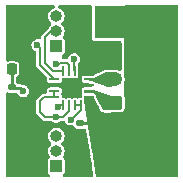
<source format=gtl>
G04 #@! TF.GenerationSoftware,KiCad,Pcbnew,8.0.7-8.0.7-0~ubuntu24.04.1*
G04 #@! TF.CreationDate,2024-12-31T11:01:01-07:00*
G04 #@! TF.ProjectId,DRV8213 brushed Motor Driver,44525638-3231-4332-9062-727573686564,V1*
G04 #@! TF.SameCoordinates,Original*
G04 #@! TF.FileFunction,Copper,L1,Top*
G04 #@! TF.FilePolarity,Positive*
%FSLAX46Y46*%
G04 Gerber Fmt 4.6, Leading zero omitted, Abs format (unit mm)*
G04 Created by KiCad (PCBNEW 8.0.7-8.0.7-0~ubuntu24.04.1) date 2024-12-31 11:01:01*
%MOMM*%
%LPD*%
G01*
G04 APERTURE LIST*
G04 Aperture macros list*
%AMRoundRect*
0 Rectangle with rounded corners*
0 $1 Rounding radius*
0 $2 $3 $4 $5 $6 $7 $8 $9 X,Y pos of 4 corners*
0 Add a 4 corners polygon primitive as box body*
4,1,4,$2,$3,$4,$5,$6,$7,$8,$9,$2,$3,0*
0 Add four circle primitives for the rounded corners*
1,1,$1+$1,$2,$3*
1,1,$1+$1,$4,$5*
1,1,$1+$1,$6,$7*
1,1,$1+$1,$8,$9*
0 Add four rect primitives between the rounded corners*
20,1,$1+$1,$2,$3,$4,$5,0*
20,1,$1+$1,$4,$5,$6,$7,0*
20,1,$1+$1,$6,$7,$8,$9,0*
20,1,$1+$1,$8,$9,$2,$3,0*%
G04 Aperture macros list end*
G04 #@! TA.AperFunction,SMDPad,CuDef*
%ADD10R,2.800000X2.800000*%
G04 #@! TD*
G04 #@! TA.AperFunction,SMDPad,CuDef*
%ADD11R,2.500000X2.800000*%
G04 #@! TD*
G04 #@! TA.AperFunction,SMDPad,CuDef*
%ADD12RoundRect,0.140000X-0.170000X0.140000X-0.170000X-0.140000X0.170000X-0.140000X0.170000X0.140000X0*%
G04 #@! TD*
G04 #@! TA.AperFunction,ComponentPad*
%ADD13R,1.000000X1.000000*%
G04 #@! TD*
G04 #@! TA.AperFunction,ComponentPad*
%ADD14O,1.000000X1.000000*%
G04 #@! TD*
G04 #@! TA.AperFunction,SMDPad,CuDef*
%ADD15RoundRect,0.225000X-0.225000X-0.250000X0.225000X-0.250000X0.225000X0.250000X-0.225000X0.250000X0*%
G04 #@! TD*
G04 #@! TA.AperFunction,ComponentPad*
%ADD16RoundRect,0.250000X0.625000X-0.350000X0.625000X0.350000X-0.625000X0.350000X-0.625000X-0.350000X0*%
G04 #@! TD*
G04 #@! TA.AperFunction,ComponentPad*
%ADD17O,1.750000X1.200000*%
G04 #@! TD*
G04 #@! TA.AperFunction,SMDPad,CuDef*
%ADD18RoundRect,0.062500X0.062500X-0.355000X0.062500X0.355000X-0.062500X0.355000X-0.062500X-0.355000X0*%
G04 #@! TD*
G04 #@! TA.AperFunction,SMDPad,CuDef*
%ADD19RoundRect,0.062500X0.355000X-0.062500X0.355000X0.062500X-0.355000X0.062500X-0.355000X-0.062500X0*%
G04 #@! TD*
G04 #@! TA.AperFunction,HeatsinkPad*
%ADD20C,0.600000*%
G04 #@! TD*
G04 #@! TA.AperFunction,HeatsinkPad*
%ADD21R,1.680000X1.680000*%
G04 #@! TD*
G04 #@! TA.AperFunction,ViaPad*
%ADD22C,0.600000*%
G04 #@! TD*
G04 #@! TA.AperFunction,Conductor*
%ADD23C,0.280000*%
G04 #@! TD*
G04 #@! TA.AperFunction,Conductor*
%ADD24C,0.200000*%
G04 #@! TD*
G04 APERTURE END LIST*
D10*
G04 #@! TO.P,J3,1,Pin_1*
G04 #@! TO.N,VDD*
X176650000Y-107550000D03*
G04 #@! TD*
D11*
G04 #@! TO.P,J4,1,Pin_1*
G04 #@! TO.N,VDD*
X176650000Y-96750000D03*
G04 #@! TD*
D12*
G04 #@! TO.P,C6,1*
G04 #@! TO.N,VDD*
X170300000Y-104420000D03*
G04 #@! TO.P,C6,2*
G04 #@! TO.N,GNDPWR*
X170300000Y-105380000D03*
G04 #@! TD*
D11*
G04 #@! TO.P,J1,1,Pin_1*
G04 #@! TO.N,VDD*
X172950000Y-106650000D03*
G04 #@! TD*
D10*
G04 #@! TO.P,J2,1,Pin_1*
G04 #@! TO.N,VDD*
X172950000Y-95850000D03*
G04 #@! TD*
D13*
G04 #@! TO.P,J11,1,Pin_1*
G04 #@! TO.N,/CSA-A*
X168300000Y-108050000D03*
D14*
G04 #@! TO.P,J11,2,Pin_2*
X168300000Y-106780000D03*
G04 #@! TO.P,J11,3,Pin_3*
G04 #@! TO.N,/Fault*
X168300000Y-105510000D03*
G04 #@! TD*
D15*
G04 #@! TO.P,C7,1*
G04 #@! TO.N,VDD*
X164525000Y-99850000D03*
G04 #@! TO.P,C7,2*
G04 #@! TO.N,GNDPWR*
X166075000Y-99850000D03*
G04 #@! TD*
D16*
G04 #@! TO.P,J9,1,Pin_1*
G04 #@! TO.N,Net-(J9-Pin_1)*
X173000000Y-102700000D03*
D17*
G04 #@! TO.P,J9,2,Pin_2*
G04 #@! TO.N,Net-(J9-Pin_2)*
X173000000Y-100700000D03*
G04 #@! TD*
D18*
G04 #@! TO.P,U1,1,IPROPI*
G04 #@! TO.N,/CSA-A*
X168850000Y-102907500D03*
G04 #@! TO.P,U1,2,VCC*
G04 #@! TO.N,+3.3V*
X169350000Y-102907500D03*
G04 #@! TO.P,U1,3,STALL_N*
G04 #@! TO.N,/Fault*
X169850000Y-102907500D03*
G04 #@! TO.P,U1,4,FAULT_N*
X170350000Y-102907500D03*
D19*
G04 #@! TO.P,U1,5,VM*
G04 #@! TO.N,VDD*
X171057500Y-102200000D03*
G04 #@! TO.P,U1,6,OUT1*
G04 #@! TO.N,Net-(J9-Pin_1)*
X171057500Y-101700000D03*
G04 #@! TO.P,U1,7,PGND*
G04 #@! TO.N,GNDPWR*
X171057500Y-101200000D03*
G04 #@! TO.P,U1,8,OUT2*
G04 #@! TO.N,Net-(J9-Pin_2)*
X171057500Y-100700000D03*
D18*
G04 #@! TO.P,U1,9,GND*
G04 #@! TO.N,GNDPWR*
X170350000Y-99992500D03*
G04 #@! TO.P,U1,10,TINRUSH*
G04 #@! TO.N,Net-(U1-TINRUSH)*
X169850000Y-99992500D03*
G04 #@! TO.P,U1,11,SMODE*
G04 #@! TO.N,+3.3V*
X169350000Y-99992500D03*
G04 #@! TO.P,U1,12,IN2*
G04 #@! TO.N,Net-(J10-Pin_2)*
X168850000Y-99992500D03*
D19*
G04 #@! TO.P,U1,13,IN1*
G04 #@! TO.N,Net-(J10-Pin_1)*
X168142500Y-100700000D03*
G04 #@! TO.P,U1,14,GAINSEL*
G04 #@! TO.N,GNDPWR*
X168142500Y-101200000D03*
G04 #@! TO.P,U1,15,IMODE*
G04 #@! TO.N,+3.3V*
X168142500Y-101700000D03*
G04 #@! TO.P,U1,16,VREF*
X168142500Y-102200000D03*
D20*
G04 #@! TO.P,U1,17,Thermal_Pad*
G04 #@! TO.N,GNDPWR*
X169050000Y-102000000D03*
X170150000Y-102000000D03*
D21*
X169600000Y-101450000D03*
D20*
X169050000Y-100900000D03*
X170150000Y-100900000D03*
G04 #@! TD*
D13*
G04 #@! TO.P,J10,1,Pin_1*
G04 #@! TO.N,Net-(J10-Pin_1)*
X168300000Y-97900000D03*
D14*
G04 #@! TO.P,J10,2,Pin_2*
G04 #@! TO.N,Net-(J10-Pin_2)*
X168300000Y-96630000D03*
G04 #@! TO.P,J10,3,Pin_3*
G04 #@! TO.N,unconnected-(J10-Pin_3-Pad3)*
X168300000Y-95360000D03*
G04 #@! TD*
D12*
G04 #@! TO.P,C8,1*
G04 #@! TO.N,VDD*
X164550000Y-101370000D03*
G04 #@! TO.P,C8,2*
G04 #@! TO.N,GNDPWR*
X164550000Y-102330000D03*
G04 #@! TD*
D22*
G04 #@! TO.N,VDD*
X176450000Y-94700000D03*
X178300000Y-103250000D03*
X177500000Y-101400000D03*
X178300000Y-104100000D03*
X177500000Y-104400000D03*
X177250000Y-94700000D03*
X165500000Y-101700000D03*
X178300000Y-102400000D03*
X174850000Y-94700000D03*
X178300000Y-100700000D03*
X178300000Y-98950000D03*
X177500000Y-102900000D03*
X177500000Y-99900000D03*
X178050000Y-94700000D03*
X178300000Y-99800000D03*
X175650000Y-94700000D03*
X178300000Y-101550000D03*
G04 #@! TO.N,/CSA-A*
X168400000Y-103075001D03*
G04 #@! TO.N,GNDPWR*
X166650000Y-108700000D03*
X170900000Y-107900000D03*
X169300000Y-108700000D03*
X173450000Y-97800000D03*
X169300000Y-107900000D03*
X165850000Y-108700000D03*
X170100000Y-107900000D03*
X166100000Y-95700000D03*
X170900000Y-108700000D03*
X170900000Y-107100000D03*
X165050000Y-107900000D03*
X166900000Y-96500000D03*
X165300000Y-96500000D03*
X172650000Y-99400000D03*
X172650000Y-98600000D03*
X166900000Y-94900000D03*
X166650000Y-107900000D03*
X172650000Y-97800000D03*
X173450000Y-98600000D03*
X165300000Y-95700000D03*
X166900000Y-95700000D03*
X171850000Y-98600000D03*
X165850000Y-107900000D03*
X169300000Y-107100000D03*
X173450000Y-99400000D03*
X170100000Y-108700000D03*
X165300000Y-94900000D03*
X171850000Y-99400000D03*
X171850000Y-97800000D03*
X166100000Y-94900000D03*
X170100000Y-107100000D03*
X165050000Y-108700000D03*
X166100000Y-96500000D03*
G04 #@! TO.N,/Fault*
X169500000Y-104100000D03*
G04 #@! TO.N,+3.3V*
X168281182Y-99389969D03*
X168250000Y-103881988D03*
G04 #@! TO.N,Net-(U1-TINRUSH)*
X169800000Y-99000000D03*
G04 #@! TO.N,Net-(J10-Pin_1)*
X166700000Y-97800000D03*
G04 #@! TD*
D23*
G04 #@! TO.N,VDD*
X164709886Y-101409886D02*
X164525000Y-101225000D01*
X165209886Y-101409886D02*
X164709886Y-101409886D01*
X172595031Y-106675454D02*
X172595031Y-106620031D01*
D24*
X164709886Y-101409886D02*
X164600000Y-101300000D01*
D23*
X165500000Y-101700000D02*
X165209886Y-101409886D01*
X164525000Y-101225000D02*
X164525000Y-99850000D01*
X171080000Y-104420000D02*
X171150000Y-104350000D01*
X170300000Y-104420000D02*
X171080000Y-104420000D01*
D24*
G04 #@! TO.N,/CSA-A*
X168567501Y-102907500D02*
X168850000Y-102907500D01*
X168400000Y-103075001D02*
X168567501Y-102907500D01*
G04 #@! TO.N,GNDPWR*
X171057500Y-101200000D02*
X170450000Y-101200000D01*
X168750000Y-101200000D02*
X169050000Y-100900000D01*
X170350000Y-99992500D02*
X170340000Y-100002500D01*
X170340000Y-100002500D02*
X170340000Y-100710000D01*
X168142500Y-101200000D02*
X168750000Y-101200000D01*
X170450000Y-101200000D02*
X170150000Y-100900000D01*
X170340000Y-100710000D02*
X170150000Y-100900000D01*
G04 #@! TO.N,Net-(J9-Pin_2)*
X173500000Y-100800000D02*
X173400000Y-100700000D01*
G04 #@! TO.N,/Fault*
X170350000Y-102907500D02*
X169850000Y-102907500D01*
X170350000Y-103250000D02*
X170350000Y-102907500D01*
X169500000Y-104100000D02*
X170350000Y-103250000D01*
G04 #@! TO.N,+3.3V*
X166900000Y-102550000D02*
X167250000Y-102200000D01*
X168635614Y-99275000D02*
X169175000Y-99275000D01*
X169350000Y-99450000D02*
X169350000Y-99992500D01*
X168281182Y-99389969D02*
X168520645Y-99389969D01*
X168250000Y-103881988D02*
X168900000Y-103881988D01*
X168900000Y-103881988D02*
X168900000Y-103851471D01*
X167250000Y-102200000D02*
X168142500Y-102200000D01*
X169175000Y-99275000D02*
X169350000Y-99450000D01*
X167313360Y-103881988D02*
X166900000Y-103468628D01*
X168520645Y-99389969D02*
X168635614Y-99275000D01*
X168900000Y-103851471D02*
X169350000Y-103401471D01*
X169350000Y-103401471D02*
X169350000Y-102907500D01*
X168142500Y-102200000D02*
X168142500Y-101700000D01*
X166900000Y-103468628D02*
X166900000Y-102550000D01*
X168250000Y-103881988D02*
X167313360Y-103881988D01*
G04 #@! TO.N,Net-(J10-Pin_2)*
X168000686Y-99992500D02*
X167300000Y-99291814D01*
X167300000Y-97150000D02*
X167820000Y-96630000D01*
X168850000Y-99992500D02*
X168000686Y-99992500D01*
X167300000Y-99291814D02*
X167300000Y-97150000D01*
X167820000Y-96630000D02*
X168300000Y-96630000D01*
G04 #@! TO.N,Net-(U1-TINRUSH)*
X169800000Y-99000000D02*
X169800000Y-99942500D01*
X169800000Y-99942500D02*
X169850000Y-99992500D01*
G04 #@! TO.N,Net-(J10-Pin_1)*
X166700000Y-97800000D02*
X166900000Y-98000000D01*
X166900000Y-99457500D02*
X168142500Y-100700000D01*
X166900000Y-98000000D02*
X166900000Y-99457500D01*
G04 #@! TD*
G04 #@! TA.AperFunction,Conductor*
G04 #@! TO.N,VDD*
G36*
X171437966Y-102085362D02*
G01*
X171442663Y-102088500D01*
X171468817Y-102127636D01*
X171469999Y-102139638D01*
X171469999Y-102167435D01*
X171476641Y-102219263D01*
X171484469Y-102249293D01*
X171503972Y-102297773D01*
X171503973Y-102297775D01*
X171510670Y-102309748D01*
X171676929Y-102607000D01*
X171916675Y-103035635D01*
X171924500Y-103065656D01*
X171924500Y-103104273D01*
X171927353Y-103134693D01*
X171927354Y-103134701D01*
X171931994Y-103147960D01*
X171972207Y-103262882D01*
X172052850Y-103372150D01*
X172162118Y-103452793D01*
X172162121Y-103452794D01*
X172204512Y-103467627D01*
X172213915Y-103471834D01*
X172257417Y-103489854D01*
X172257422Y-103489855D01*
X172257426Y-103489857D01*
X172277799Y-103493909D01*
X172286087Y-103496171D01*
X172290301Y-103497646D01*
X172299048Y-103498465D01*
X172305284Y-103499376D01*
X172336068Y-103505500D01*
X172938501Y-103505500D01*
X172945235Y-103504160D01*
X172957695Y-103501681D01*
X172969692Y-103500500D01*
X173679273Y-103500500D01*
X173695653Y-103498963D01*
X173709699Y-103497646D01*
X173837882Y-103452793D01*
X173947150Y-103372150D01*
X174019586Y-103274001D01*
X174000502Y-108999500D01*
X171721832Y-108999500D01*
X171678345Y-108981487D01*
X171661050Y-108947371D01*
X171392842Y-107207822D01*
X171392750Y-107189701D01*
X171405647Y-107100000D01*
X171385165Y-106957543D01*
X171342038Y-106863110D01*
X171337200Y-106846937D01*
X170676217Y-102559897D01*
X170675499Y-102550526D01*
X170675499Y-102526598D01*
X170675498Y-102526594D01*
X170659234Y-102444821D01*
X170657541Y-102438771D01*
X170646303Y-102365883D01*
X170657479Y-102320159D01*
X170675488Y-102303749D01*
X171034955Y-102088500D01*
X171042911Y-102083736D01*
X171074506Y-102075000D01*
X171403802Y-102075000D01*
X171437966Y-102085362D01*
G37*
G04 #@! TD.AperFunction*
G04 #@! TD*
G04 #@! TA.AperFunction,Conductor*
G04 #@! TO.N,VDD*
G36*
X178581487Y-94418513D02*
G01*
X178599500Y-94462000D01*
X178599500Y-108938000D01*
X178581487Y-108981487D01*
X178538000Y-108999500D01*
X174000502Y-108999500D01*
X174019585Y-103274002D01*
X174027793Y-103262882D01*
X174072646Y-103134699D01*
X174073963Y-103120653D01*
X174075500Y-103104273D01*
X174075500Y-102295726D01*
X174072646Y-102265306D01*
X174072646Y-102265301D01*
X174027793Y-102137118D01*
X174023396Y-102131160D01*
X174027207Y-100987839D01*
X174031887Y-100964517D01*
X174044737Y-100933497D01*
X174075499Y-100778845D01*
X174075500Y-100778845D01*
X174075500Y-100621155D01*
X174075499Y-100621154D01*
X174044738Y-100466508D01*
X174044737Y-100466507D01*
X174044737Y-100466503D01*
X174033792Y-100440081D01*
X174029112Y-100416346D01*
X174048158Y-94702342D01*
X174048709Y-94694343D01*
X174064489Y-94577249D01*
X174068678Y-94561793D01*
X174112604Y-94456493D01*
X174120645Y-94442636D01*
X174134644Y-94424466D01*
X174175454Y-94401011D01*
X174183362Y-94400500D01*
X178538000Y-94400500D01*
X178581487Y-94418513D01*
G37*
G04 #@! TD.AperFunction*
G04 #@! TD*
G04 #@! TA.AperFunction,Conductor*
G04 #@! TO.N,Net-(J9-Pin_1)*
G36*
X171484728Y-101578349D02*
G01*
X172958520Y-102085720D01*
X172993774Y-102116907D01*
X173000000Y-102143870D01*
X173000000Y-103238500D01*
X172981987Y-103281987D01*
X172938500Y-103300000D01*
X172336068Y-103300000D01*
X172292581Y-103281987D01*
X172282393Y-103268521D01*
X171683324Y-102197458D01*
X171675499Y-102167437D01*
X171675499Y-102111598D01*
X171675498Y-102111594D01*
X171660241Y-102034885D01*
X171660239Y-102034882D01*
X171602112Y-101947888D01*
X171555765Y-101916920D01*
X171521188Y-101893816D01*
X171501681Y-101872702D01*
X171475000Y-101825000D01*
X170702000Y-101825000D01*
X170658513Y-101806987D01*
X170640500Y-101763500D01*
X170640500Y-101636500D01*
X170658513Y-101593013D01*
X170702000Y-101575000D01*
X171464709Y-101575000D01*
X171484728Y-101578349D01*
G37*
G04 #@! TD.AperFunction*
G04 #@! TD*
G04 #@! TA.AperFunction,Conductor*
G04 #@! TO.N,Net-(J9-Pin_2)*
G36*
X172981987Y-100118013D02*
G01*
X173000000Y-100161500D01*
X173000000Y-101238500D01*
X172981987Y-101281987D01*
X172938500Y-101300000D01*
X172509866Y-101300000D01*
X172490631Y-101296914D01*
X171670594Y-101026884D01*
X171638695Y-101002638D01*
X171602112Y-100947888D01*
X171560344Y-100919979D01*
X171515116Y-100889759D01*
X171438404Y-100874500D01*
X171217690Y-100874500D01*
X171198454Y-100871414D01*
X171099764Y-100838916D01*
X171064093Y-100808206D01*
X171057500Y-100780502D01*
X171057500Y-100636500D01*
X171075513Y-100593013D01*
X171119000Y-100575000D01*
X171475000Y-100575000D01*
X172487700Y-100105700D01*
X172513558Y-100100000D01*
X172938500Y-100100000D01*
X172981987Y-100118013D01*
G37*
G04 #@! TD.AperFunction*
G04 #@! TD*
G04 #@! TA.AperFunction,Conductor*
G04 #@! TO.N,GNDPWR*
G36*
X168113123Y-94420462D02*
G01*
X168167661Y-94475000D01*
X168187623Y-94549500D01*
X168167661Y-94624000D01*
X168113123Y-94678538D01*
X168074281Y-94694170D01*
X168049775Y-94700209D01*
X167899145Y-94779267D01*
X167771820Y-94892067D01*
X167771817Y-94892071D01*
X167675181Y-95032070D01*
X167614860Y-95191125D01*
X167594355Y-95360000D01*
X167614860Y-95528874D01*
X167675181Y-95687929D01*
X167675182Y-95687930D01*
X167771817Y-95827929D01*
X167820616Y-95871161D01*
X167834512Y-95883472D01*
X167877038Y-95947817D01*
X167881695Y-96024804D01*
X167847234Y-96093806D01*
X167834512Y-96106528D01*
X167771817Y-96162071D01*
X167675184Y-96302065D01*
X167675183Y-96302068D01*
X167657334Y-96349131D01*
X167623376Y-96401652D01*
X167115489Y-96909540D01*
X167059540Y-96965488D01*
X167019979Y-97034011D01*
X166999500Y-97110437D01*
X166999500Y-97167270D01*
X166979538Y-97241770D01*
X166925000Y-97296308D01*
X166850500Y-97316270D01*
X166808524Y-97310235D01*
X166771965Y-97299501D01*
X166771963Y-97299500D01*
X166771961Y-97299500D01*
X166628039Y-97299500D01*
X166628037Y-97299500D01*
X166628032Y-97299501D01*
X166489949Y-97340046D01*
X166368872Y-97417856D01*
X166368870Y-97417859D01*
X166274622Y-97526628D01*
X166214834Y-97657545D01*
X166194353Y-97799996D01*
X166194353Y-97800003D01*
X166214834Y-97942454D01*
X166214834Y-97942455D01*
X166214835Y-97942457D01*
X166274623Y-98073373D01*
X166368872Y-98182143D01*
X166489947Y-98259953D01*
X166492475Y-98260695D01*
X166495175Y-98262341D01*
X166499642Y-98264381D01*
X166499398Y-98264914D01*
X166558333Y-98300834D01*
X166595299Y-98368527D01*
X166599500Y-98403660D01*
X166599500Y-99497062D01*
X166619979Y-99573490D01*
X166650658Y-99626628D01*
X166659535Y-99642004D01*
X166659538Y-99642008D01*
X166659540Y-99642011D01*
X167095740Y-100078211D01*
X167485543Y-100468014D01*
X167524107Y-100534809D01*
X167526322Y-100602436D01*
X167524501Y-100611591D01*
X167524500Y-100611603D01*
X167524500Y-100788400D01*
X167539759Y-100865115D01*
X167597888Y-100952112D01*
X167684881Y-101010239D01*
X167684882Y-101010239D01*
X167684883Y-101010240D01*
X167761599Y-101025500D01*
X168523400Y-101025499D01*
X168600117Y-101010240D01*
X168687112Y-100952112D01*
X168745240Y-100865117D01*
X168760500Y-100788401D01*
X168760499Y-100759499D01*
X168780459Y-100685003D01*
X168834995Y-100630463D01*
X168909494Y-100610499D01*
X168938400Y-100610499D01*
X169015117Y-100595240D01*
X169017217Y-100593836D01*
X169024358Y-100591412D01*
X169028678Y-100589623D01*
X169028795Y-100589905D01*
X169090250Y-100569042D01*
X169165896Y-100584087D01*
X169182778Y-100593833D01*
X169184883Y-100595240D01*
X169261599Y-100610500D01*
X169438400Y-100610499D01*
X169515117Y-100595240D01*
X169517217Y-100593836D01*
X169524358Y-100591412D01*
X169528678Y-100589623D01*
X169528795Y-100589905D01*
X169590250Y-100569042D01*
X169665896Y-100584087D01*
X169682778Y-100593833D01*
X169684883Y-100595240D01*
X169761599Y-100610500D01*
X169938400Y-100610499D01*
X170015117Y-100595240D01*
X170102112Y-100537112D01*
X170160240Y-100450117D01*
X170175500Y-100373401D01*
X170175499Y-99611600D01*
X170160240Y-99534883D01*
X170153068Y-99524149D01*
X170128278Y-99451117D01*
X170143326Y-99375471D01*
X170164348Y-99343803D01*
X170225377Y-99273373D01*
X170285165Y-99142457D01*
X170305647Y-99000000D01*
X170305647Y-98999996D01*
X170291269Y-98900000D01*
X170285165Y-98857543D01*
X170225377Y-98726627D01*
X170131128Y-98617857D01*
X170131127Y-98617856D01*
X170097465Y-98596223D01*
X170010053Y-98540047D01*
X170010050Y-98540046D01*
X169871967Y-98499501D01*
X169871962Y-98499500D01*
X169871961Y-98499500D01*
X169728039Y-98499500D01*
X169728037Y-98499500D01*
X169728032Y-98499501D01*
X169589949Y-98540046D01*
X169589947Y-98540046D01*
X169589947Y-98540047D01*
X169582939Y-98544551D01*
X169468872Y-98617856D01*
X169468870Y-98617859D01*
X169374622Y-98726628D01*
X169314833Y-98857546D01*
X169311917Y-98867479D01*
X169271774Y-98933337D01*
X169204080Y-98970300D01*
X169168953Y-98974500D01*
X168949000Y-98974500D01*
X168874500Y-98954538D01*
X168819962Y-98900000D01*
X168800000Y-98825500D01*
X168800000Y-98720782D01*
X168819962Y-98646282D01*
X168866218Y-98596894D01*
X168878231Y-98588867D01*
X168944552Y-98544552D01*
X168988867Y-98478231D01*
X169000500Y-98419748D01*
X169000500Y-97380252D01*
X168988867Y-97321769D01*
X168944552Y-97255448D01*
X168944411Y-97255354D01*
X168916274Y-97236552D01*
X168865422Y-97178563D01*
X168850377Y-97102916D01*
X168875172Y-97029882D01*
X168876317Y-97028195D01*
X168924818Y-96957930D01*
X168985140Y-96798872D01*
X169005645Y-96630000D01*
X168985140Y-96461128D01*
X168924818Y-96302070D01*
X168828183Y-96162071D01*
X168828180Y-96162068D01*
X168828179Y-96162067D01*
X168765488Y-96106528D01*
X168722961Y-96042184D01*
X168718304Y-95965197D01*
X168752765Y-95896195D01*
X168765488Y-95883472D01*
X168787036Y-95864381D01*
X168828183Y-95827929D01*
X168924818Y-95687930D01*
X168985140Y-95528872D01*
X169005645Y-95360000D01*
X168985140Y-95191128D01*
X168924818Y-95032070D01*
X168828183Y-94892071D01*
X168828180Y-94892068D01*
X168828179Y-94892067D01*
X168700853Y-94779267D01*
X168700854Y-94779267D01*
X168550224Y-94700209D01*
X168525719Y-94694170D01*
X168458161Y-94656959D01*
X168418260Y-94590955D01*
X168416707Y-94513842D01*
X168453918Y-94446284D01*
X168519922Y-94406383D01*
X168561377Y-94400500D01*
X171200500Y-94400500D01*
X171275000Y-94420462D01*
X171329538Y-94475000D01*
X171349500Y-94549500D01*
X171349500Y-97269748D01*
X171361132Y-97328230D01*
X171361133Y-97328231D01*
X171405448Y-97394552D01*
X171471769Y-97438867D01*
X171530252Y-97450500D01*
X173684000Y-97450500D01*
X173758500Y-97470462D01*
X173813038Y-97525000D01*
X173833000Y-97599500D01*
X173829511Y-98646282D01*
X173825534Y-99839087D01*
X173805324Y-99913520D01*
X173750604Y-99967875D01*
X173676038Y-99987589D01*
X173619516Y-99976248D01*
X173508498Y-99930263D01*
X173508494Y-99930262D01*
X173353842Y-99899500D01*
X172978312Y-99899500D01*
X172949243Y-99896637D01*
X172938503Y-99894500D01*
X172938500Y-99894500D01*
X172513558Y-99894500D01*
X172469321Y-99899318D01*
X172469319Y-99899318D01*
X172469306Y-99899320D01*
X172443460Y-99905018D01*
X172401297Y-99919246D01*
X172401296Y-99919247D01*
X171459502Y-100355689D01*
X171396853Y-100369500D01*
X171118998Y-100369500D01*
X171108247Y-100371638D01*
X171079186Y-100374500D01*
X170676599Y-100374500D01*
X170599884Y-100389759D01*
X170512887Y-100447888D01*
X170454760Y-100534881D01*
X170454759Y-100534884D01*
X170439500Y-100611595D01*
X170439500Y-100788400D01*
X170454759Y-100865115D01*
X170512888Y-100952112D01*
X170599881Y-101010239D01*
X170599882Y-101010239D01*
X170599883Y-101010240D01*
X170676599Y-101025500D01*
X170985449Y-101025499D01*
X171032051Y-101032974D01*
X171035489Y-101034106D01*
X171134179Y-101066604D01*
X171134186Y-101066605D01*
X171134190Y-101066607D01*
X171145618Y-101069386D01*
X171165902Y-101074319D01*
X171165904Y-101074319D01*
X171165911Y-101074321D01*
X171166479Y-101074436D01*
X171166572Y-101074482D01*
X171168779Y-101075019D01*
X171168657Y-101075517D01*
X171235568Y-101108720D01*
X171278259Y-101172956D01*
X171283112Y-101249931D01*
X171248828Y-101319020D01*
X171184592Y-101361711D01*
X171137048Y-101369500D01*
X170701996Y-101369500D01*
X170684145Y-101373050D01*
X170683122Y-101373203D01*
X170599886Y-101389758D01*
X170599878Y-101389761D01*
X170581002Y-101402374D01*
X170577501Y-101404644D01*
X170520851Y-101440240D01*
X170519287Y-101441488D01*
X170512888Y-101447887D01*
X170454760Y-101534881D01*
X170454759Y-101534884D01*
X170438957Y-101614328D01*
X170437628Y-101623289D01*
X170435000Y-101636502D01*
X170435000Y-101763502D01*
X170437632Y-101776737D01*
X170438960Y-101785681D01*
X170454760Y-101865117D01*
X170456165Y-101867220D01*
X170458590Y-101874366D01*
X170460377Y-101878679D01*
X170460094Y-101878795D01*
X170480957Y-101940255D01*
X170465910Y-102015901D01*
X170456169Y-102032774D01*
X170454760Y-102034882D01*
X170439500Y-102111595D01*
X170439500Y-102140500D01*
X170419538Y-102215000D01*
X170365000Y-102269538D01*
X170290504Y-102289500D01*
X170261604Y-102289500D01*
X170184879Y-102304760D01*
X170182775Y-102306167D01*
X170175625Y-102308593D01*
X170171325Y-102310375D01*
X170171208Y-102310093D01*
X170109740Y-102330957D01*
X170034094Y-102315908D01*
X170017221Y-102306166D01*
X170015116Y-102304759D01*
X169939773Y-102289773D01*
X169938401Y-102289500D01*
X169938400Y-102289500D01*
X169761603Y-102289500D01*
X169684879Y-102304760D01*
X169682775Y-102306167D01*
X169675625Y-102308593D01*
X169671325Y-102310375D01*
X169671208Y-102310093D01*
X169609740Y-102330957D01*
X169534094Y-102315908D01*
X169517221Y-102306166D01*
X169515116Y-102304759D01*
X169439773Y-102289773D01*
X169438401Y-102289500D01*
X169438400Y-102289500D01*
X169261603Y-102289500D01*
X169184879Y-102304760D01*
X169182775Y-102306167D01*
X169175625Y-102308593D01*
X169171325Y-102310375D01*
X169171208Y-102310093D01*
X169109740Y-102330957D01*
X169034094Y-102315908D01*
X169017221Y-102306166D01*
X169015116Y-102304759D01*
X168938404Y-102289500D01*
X168909499Y-102289500D01*
X168834999Y-102269538D01*
X168780461Y-102215000D01*
X168760499Y-102140500D01*
X168760499Y-102111599D01*
X168754639Y-102082140D01*
X168745240Y-102034883D01*
X168743836Y-102032782D01*
X168741412Y-102025641D01*
X168739623Y-102021322D01*
X168739905Y-102021204D01*
X168719042Y-101959750D01*
X168734087Y-101884104D01*
X168743837Y-101867216D01*
X168745240Y-101865117D01*
X168760500Y-101788401D01*
X168760499Y-101611600D01*
X168745240Y-101534883D01*
X168687112Y-101447888D01*
X168687111Y-101447887D01*
X168600118Y-101389760D01*
X168600115Y-101389759D01*
X168542448Y-101378288D01*
X168523401Y-101374500D01*
X168523400Y-101374500D01*
X167761599Y-101374500D01*
X167684884Y-101389759D01*
X167597887Y-101447888D01*
X167539760Y-101534881D01*
X167539759Y-101534884D01*
X167524500Y-101611595D01*
X167524500Y-101611599D01*
X167524500Y-101699996D01*
X167524501Y-101750499D01*
X167504539Y-101824999D01*
X167450002Y-101879537D01*
X167375502Y-101899500D01*
X167210435Y-101899500D01*
X167149001Y-101915961D01*
X167134012Y-101919978D01*
X167134011Y-101919978D01*
X167134009Y-101919979D01*
X167065492Y-101959537D01*
X166715489Y-102309540D01*
X166659540Y-102365488D01*
X166619979Y-102434011D01*
X166599500Y-102510437D01*
X166599500Y-103508190D01*
X166619979Y-103584618D01*
X166653069Y-103641932D01*
X166659535Y-103653132D01*
X166659538Y-103653136D01*
X166659540Y-103653139D01*
X167072900Y-104066499D01*
X167128849Y-104122448D01*
X167197371Y-104162009D01*
X167273798Y-104182488D01*
X167780082Y-104182488D01*
X167854582Y-104202450D01*
X167892688Y-104233913D01*
X167918872Y-104264131D01*
X168039947Y-104341941D01*
X168178039Y-104382488D01*
X168178041Y-104382488D01*
X168321959Y-104382488D01*
X168321961Y-104382488D01*
X168460053Y-104341941D01*
X168581128Y-104264131D01*
X168607311Y-104233913D01*
X168671185Y-104190683D01*
X168719918Y-104182488D01*
X168891692Y-104182488D01*
X168966192Y-104202450D01*
X169020730Y-104256988D01*
X169027227Y-104269591D01*
X169074621Y-104373370D01*
X169074622Y-104373371D01*
X169074623Y-104373373D01*
X169168872Y-104482143D01*
X169289947Y-104559953D01*
X169416135Y-104597004D01*
X169425995Y-104599900D01*
X169428039Y-104600500D01*
X169428041Y-104600500D01*
X169571959Y-104600500D01*
X169571961Y-104600500D01*
X169571963Y-104600499D01*
X169571965Y-104600499D01*
X169592536Y-104594458D01*
X169626061Y-104584614D01*
X169703166Y-104582779D01*
X169770860Y-104619742D01*
X169803079Y-104664609D01*
X169846775Y-104758315D01*
X169846776Y-104758316D01*
X169931684Y-104843224D01*
X170040513Y-104893972D01*
X170090099Y-104900500D01*
X170509900Y-104900499D01*
X170559487Y-104893972D01*
X170630170Y-104861011D01*
X170706124Y-104847619D01*
X170778601Y-104873998D01*
X170828179Y-104933081D01*
X170840399Y-104973347D01*
X171134101Y-106878258D01*
X171140322Y-106905840D01*
X171140322Y-106905843D01*
X171145154Y-106921996D01*
X171155105Y-106948469D01*
X171155110Y-106948483D01*
X171177063Y-106996552D01*
X171189011Y-107037244D01*
X171194985Y-107078795D01*
X171194985Y-107121198D01*
X171189342Y-107160455D01*
X171188131Y-107178024D01*
X171187253Y-107190750D01*
X171187253Y-107190752D01*
X171187345Y-107208870D01*
X171187345Y-107208874D01*
X171189741Y-107239132D01*
X171212276Y-107385290D01*
X171434685Y-108827797D01*
X171426309Y-108904467D01*
X171380719Y-108966678D01*
X171310131Y-108997760D01*
X171287426Y-108999500D01*
X168979353Y-108999500D01*
X168904853Y-108979538D01*
X168850315Y-108925000D01*
X168830353Y-108850500D01*
X168850315Y-108776000D01*
X168896569Y-108726613D01*
X168944552Y-108694552D01*
X168988867Y-108628231D01*
X169000500Y-108569748D01*
X169000500Y-107530252D01*
X168988867Y-107471769D01*
X168944552Y-107405448D01*
X168944411Y-107405354D01*
X168916274Y-107386552D01*
X168865422Y-107328563D01*
X168850377Y-107252916D01*
X168875172Y-107179882D01*
X168876317Y-107178195D01*
X168924818Y-107107930D01*
X168985140Y-106948872D01*
X169005645Y-106780000D01*
X168985140Y-106611128D01*
X168924818Y-106452070D01*
X168828183Y-106312071D01*
X168828180Y-106312068D01*
X168828179Y-106312067D01*
X168765488Y-106256528D01*
X168722961Y-106192184D01*
X168718304Y-106115197D01*
X168752765Y-106046195D01*
X168765488Y-106033472D01*
X168787036Y-106014381D01*
X168828183Y-105977929D01*
X168924818Y-105837930D01*
X168985140Y-105678872D01*
X169005645Y-105510000D01*
X168985140Y-105341128D01*
X168924818Y-105182070D01*
X168828183Y-105042071D01*
X168828180Y-105042068D01*
X168828179Y-105042067D01*
X168700853Y-104929267D01*
X168700854Y-104929267D01*
X168550224Y-104850209D01*
X168385056Y-104809500D01*
X168214944Y-104809500D01*
X168049775Y-104850209D01*
X167899145Y-104929267D01*
X167771820Y-105042067D01*
X167771817Y-105042071D01*
X167675181Y-105182070D01*
X167614860Y-105341125D01*
X167594355Y-105510000D01*
X167614860Y-105678874D01*
X167675181Y-105837929D01*
X167675182Y-105837930D01*
X167771817Y-105977929D01*
X167820616Y-106021161D01*
X167834512Y-106033472D01*
X167877038Y-106097817D01*
X167881695Y-106174804D01*
X167847234Y-106243806D01*
X167834512Y-106256528D01*
X167771817Y-106312071D01*
X167675181Y-106452070D01*
X167614860Y-106611125D01*
X167594355Y-106780000D01*
X167614860Y-106948874D01*
X167675181Y-107107929D01*
X167723565Y-107178024D01*
X167749458Y-107250676D01*
X167735555Y-107326541D01*
X167685583Y-107385290D01*
X167683726Y-107386551D01*
X167655452Y-107405444D01*
X167655448Y-107405448D01*
X167611132Y-107471769D01*
X167599500Y-107530251D01*
X167599500Y-108569748D01*
X167611132Y-108628230D01*
X167611133Y-108628231D01*
X167655448Y-108694552D01*
X167703429Y-108726612D01*
X167754282Y-108784601D01*
X167769328Y-108860247D01*
X167744535Y-108933282D01*
X167686546Y-108984135D01*
X167620647Y-108999500D01*
X164149500Y-108999500D01*
X164075000Y-108979538D01*
X164020462Y-108925000D01*
X164000500Y-108850500D01*
X164000500Y-101942619D01*
X164020462Y-101868119D01*
X164075000Y-101813581D01*
X164149500Y-101793619D01*
X164212465Y-101807577D01*
X164290513Y-101843972D01*
X164340099Y-101850500D01*
X164759900Y-101850499D01*
X164809487Y-101843972D01*
X164843235Y-101828234D01*
X164919190Y-101814840D01*
X164991667Y-101841217D01*
X165041245Y-101900300D01*
X165041742Y-101901375D01*
X165074622Y-101973371D01*
X165074623Y-101973373D01*
X165168872Y-102082143D01*
X165289947Y-102159953D01*
X165428039Y-102200500D01*
X165428041Y-102200500D01*
X165571959Y-102200500D01*
X165571961Y-102200500D01*
X165710053Y-102159953D01*
X165831128Y-102082143D01*
X165925377Y-101973373D01*
X165985165Y-101842457D01*
X165998315Y-101750996D01*
X166005647Y-101700003D01*
X166005647Y-101699996D01*
X165991196Y-101599487D01*
X165985165Y-101557543D01*
X165925377Y-101426627D01*
X165831128Y-101317857D01*
X165831127Y-101317856D01*
X165782128Y-101286367D01*
X165710053Y-101240047D01*
X165710050Y-101240046D01*
X165571967Y-101199501D01*
X165571962Y-101199500D01*
X165571961Y-101199500D01*
X165571959Y-101199500D01*
X165542758Y-101199500D01*
X165468258Y-101179538D01*
X165437399Y-101155859D01*
X165418957Y-101137417D01*
X165341316Y-101092592D01*
X165341315Y-101092591D01*
X165341314Y-101092591D01*
X165254714Y-101069386D01*
X165254712Y-101069386D01*
X165102643Y-101069386D01*
X165028143Y-101049424D01*
X164997288Y-101025748D01*
X164918316Y-100946776D01*
X164918314Y-100946775D01*
X164909141Y-100937602D01*
X164870577Y-100870807D01*
X164865500Y-100832243D01*
X164865500Y-100610006D01*
X164885462Y-100535506D01*
X164940000Y-100480968D01*
X164946814Y-100477267D01*
X165003220Y-100448528D01*
X165098528Y-100353220D01*
X165159719Y-100233126D01*
X165175500Y-100133488D01*
X165175500Y-99566512D01*
X165159719Y-99466874D01*
X165098528Y-99346780D01*
X165003220Y-99251472D01*
X164995448Y-99247512D01*
X164883127Y-99190281D01*
X164866519Y-99187650D01*
X164783488Y-99174500D01*
X164266512Y-99174500D01*
X164203701Y-99184448D01*
X164172807Y-99189341D01*
X164096102Y-99181278D01*
X164033704Y-99135943D01*
X164002334Y-99065482D01*
X164000500Y-99042175D01*
X164000500Y-94549500D01*
X164020462Y-94475000D01*
X164075000Y-94420462D01*
X164149500Y-94400500D01*
X168038623Y-94400500D01*
X168113123Y-94420462D01*
G37*
G04 #@! TD.AperFunction*
G04 #@! TD*
M02*

</source>
